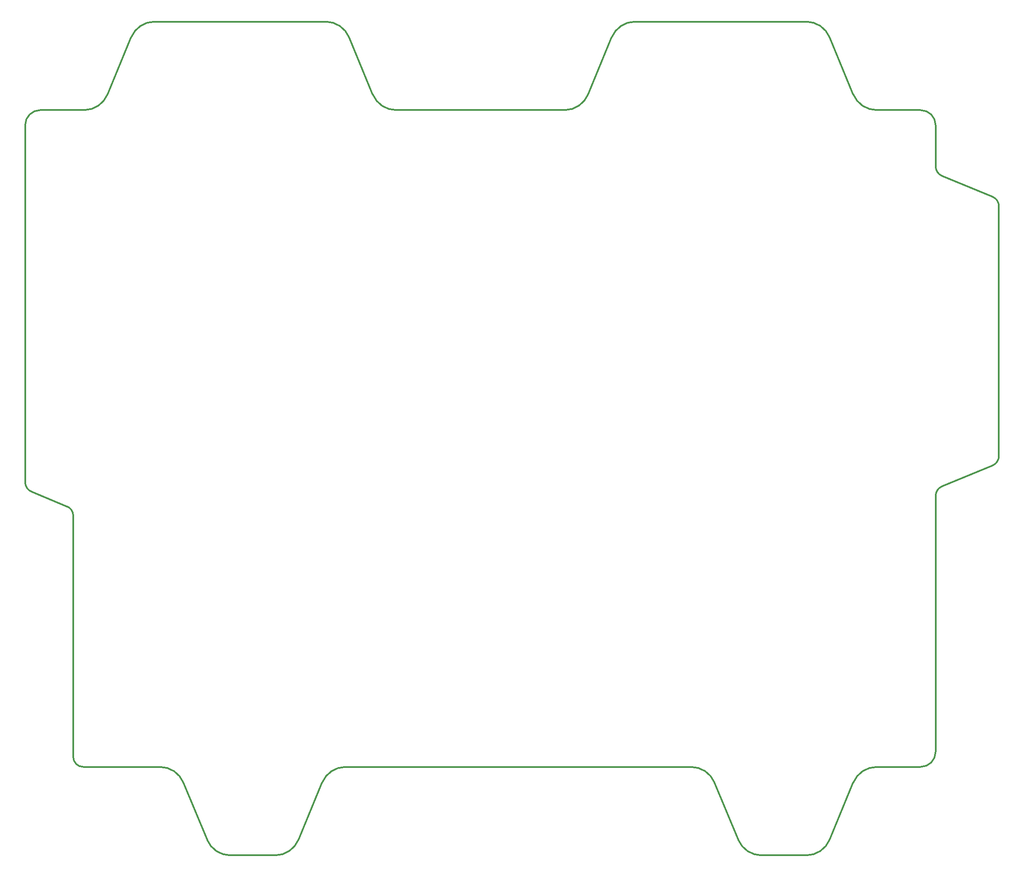
<source format=gbr>
G04 #@! TF.GenerationSoftware,KiCad,Pcbnew,(5.1.4)-1*
G04 #@! TF.CreationDate,2020-03-28T02:45:04-04:00*
G04 #@! TF.ProjectId,quickstep_controller,71756963-6b73-4746-9570-5f636f6e7472,rev?*
G04 #@! TF.SameCoordinates,Original*
G04 #@! TF.FileFunction,Profile,NP*
%FSLAX46Y46*%
G04 Gerber Fmt 4.6, Leading zero omitted, Abs format (unit mm)*
G04 Created by KiCad (PCBNEW (5.1.4)-1) date 2020-03-28 02:45:04*
%MOMM*%
%LPD*%
G04 APERTURE LIST*
%ADD10C,0.304799*%
G04 APERTURE END LIST*
D10*
X255970232Y-95586583D02*
X251278504Y-106913418D01*
X255970232Y-95586583D02*
G75*
G02X260589630Y-92500000I4619398J-1913417D01*
G01*
X294410369Y-92500001D02*
X260589630Y-92500000D01*
X149500001Y-190271386D02*
X149500001Y-238000000D01*
X294410368Y-92500000D02*
G75*
G02X299029767Y-95586583I1J-5000001D01*
G01*
X320000000Y-236999999D02*
G75*
G02X317000000Y-239999999I-3000000J0D01*
G01*
X303721495Y-106913418D02*
X299029767Y-95586583D01*
X308340894Y-110000001D02*
G75*
G02X303721495Y-106913418I-1J5000001D01*
G01*
X180589631Y-257500000D02*
G75*
G02X175970233Y-254413417I0J5000000D01*
G01*
X308340893Y-239999999D02*
X317000000Y-239999999D01*
X317000000Y-110000000D02*
X308340893Y-110000000D01*
X321234633Y-123011402D02*
G75*
G02X320000000Y-121163643I765367J1847759D01*
G01*
X332500000Y-178485973D02*
X332500000Y-129014027D01*
X321234633Y-184488598D02*
X331265366Y-180333732D01*
X332500000Y-178485974D02*
G75*
G02X331265366Y-180333732I-2000000J1D01*
G01*
X320000000Y-236999999D02*
X320000000Y-186336357D01*
X303721495Y-243086582D02*
G75*
G02X308340893Y-239999999I4619398J-1913417D01*
G01*
X285589630Y-257500000D02*
X294410369Y-257500000D01*
X285589630Y-257500000D02*
G75*
G02X280970232Y-254413417I0J5000000D01*
G01*
X276278504Y-243086582D02*
X280970232Y-254413417D01*
X198721496Y-243086583D02*
G75*
G02X203340894Y-240000000I4619398J-1913417D01*
G01*
X194029768Y-254413417D02*
G75*
G02X189410370Y-257500000I-4619398J1913417D01*
G01*
X180589631Y-257500000D02*
X189410370Y-257500000D01*
X148265368Y-188423627D02*
G75*
G02X149500001Y-190271386I-765367J-1847759D01*
G01*
X151500001Y-240000000D02*
X166659107Y-240000000D01*
X140000001Y-113000001D02*
X140000001Y-183663642D01*
X156278506Y-106913418D02*
G75*
G02X151659107Y-110000001I-4619399J1913418D01*
G01*
X160970233Y-95586583D02*
G75*
G02X165589631Y-92500000I4619398J-1913417D01*
G01*
X203340894Y-240000000D02*
X271659106Y-240000000D01*
X317000000Y-110000000D02*
G75*
G02X320000000Y-113000000I0J-3000000D01*
G01*
X320000000Y-121163643D02*
X320000000Y-113000000D01*
X141234634Y-185511401D02*
X148265367Y-188423627D01*
X141234634Y-185511401D02*
G75*
G02X140000001Y-183663642I765367J1847759D01*
G01*
X160970233Y-95586583D02*
X156278505Y-106913418D01*
X271659105Y-239999999D02*
G75*
G02X276278504Y-243086582I1J-5000001D01*
G01*
X331265366Y-127166268D02*
X321234633Y-123011402D01*
X194029768Y-254413417D02*
X198721496Y-243086582D01*
X331265366Y-127166267D02*
G75*
G02X332500000Y-129014027I-765367J-1847760D01*
G01*
X299029767Y-254413417D02*
X303721495Y-243086582D01*
X171278505Y-243086582D02*
X175970233Y-254413417D01*
X320000000Y-186336357D02*
G75*
G02X321234633Y-184488598I2000000J0D01*
G01*
X299029767Y-254413417D02*
G75*
G02X294410369Y-257500000I-4619398J1913417D01*
G01*
X166659106Y-239999999D02*
G75*
G02X171278505Y-243086582I1J-5000001D01*
G01*
X151500001Y-240000000D02*
G75*
G02X149500001Y-238000000I0J2000000D01*
G01*
X140000001Y-113000001D02*
G75*
G02X143000001Y-110000001I3000000J0D01*
G01*
X151659107Y-110000001D02*
X143000001Y-110000001D01*
X199410370Y-92500000D02*
G75*
G02X204029768Y-95586583I0J-5000000D01*
G01*
X251278504Y-106913417D02*
G75*
G02X246659106Y-110000000I-4619398J1913417D01*
G01*
X208721496Y-106913418D02*
X204029768Y-95586583D01*
X246659106Y-110000000D02*
X213340894Y-110000000D01*
X213340895Y-110000001D02*
G75*
G02X208721496Y-106913418I-1J5000001D01*
G01*
X199410370Y-92500000D02*
X165589631Y-92500000D01*
M02*

</source>
